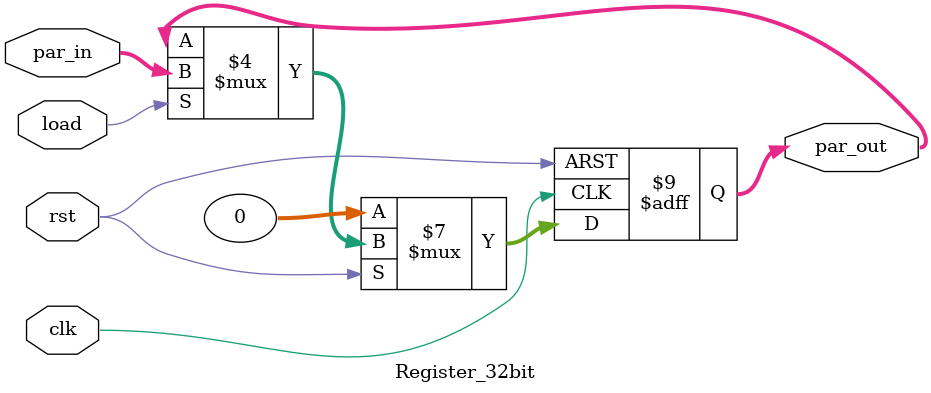
<source format=v>


`timescale 1ns/10ps

module Register_32bit (
    clk,
    rst,
    load,
    par_in,
    par_out
);
// Simple 32-bit data register. It can load and reset.
// :param clk: Clock signal
// :param rst: Reset signal
// :param load: Load enable signal
// :param par_in: Parallel 32-bit input
// :param par_out: Parallel 32-bit output

input clk;
input rst;
input load;
input [31:0] par_in;
output [31:0] par_out;
reg [31:0] par_out;




always @(posedge clk, negedge rst) begin: REGISTER_32BIT_LOGIC
    if (rst == 0) begin
        par_out <= 0;
    end
    else begin
        if ((rst == 0)) begin
            par_out <= 0;
        end
        else if (load) begin
            par_out <= par_in;
        end
    end
end

endmodule

</source>
